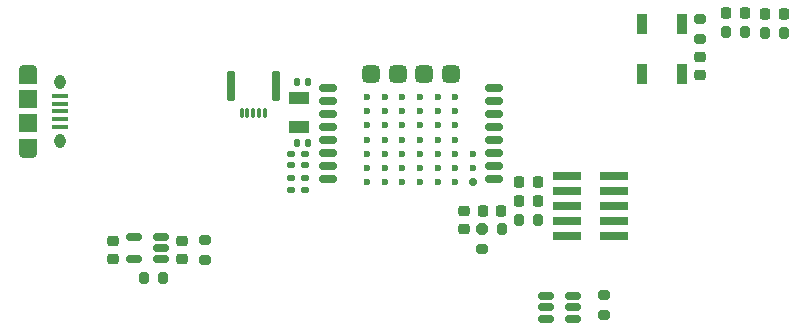
<source format=gbr>
%TF.GenerationSoftware,KiCad,Pcbnew,7.0.5.1-1-g8f565ef7f0-dirty-deb11*%
%TF.CreationDate,2023-06-14T12:44:05+00:00*%
%TF.ProjectId,kite-nrf52840,6b697465-2d6e-4726-9635-323834302e6b,rev?*%
%TF.SameCoordinates,Original*%
%TF.FileFunction,Paste,Top*%
%TF.FilePolarity,Positive*%
%FSLAX46Y46*%
G04 Gerber Fmt 4.6, Leading zero omitted, Abs format (unit mm)*
G04 Created by KiCad (PCBNEW 7.0.5.1-1-g8f565ef7f0-dirty-deb11) date 2023-06-14 12:44:05*
%MOMM*%
%LPD*%
G01*
G04 APERTURE LIST*
G04 Aperture macros list*
%AMRoundRect*
0 Rectangle with rounded corners*
0 $1 Rounding radius*
0 $2 $3 $4 $5 $6 $7 $8 $9 X,Y pos of 4 corners*
0 Add a 4 corners polygon primitive as box body*
4,1,4,$2,$3,$4,$5,$6,$7,$8,$9,$2,$3,0*
0 Add four circle primitives for the rounded corners*
1,1,$1+$1,$2,$3*
1,1,$1+$1,$4,$5*
1,1,$1+$1,$6,$7*
1,1,$1+$1,$8,$9*
0 Add four rect primitives between the rounded corners*
20,1,$1+$1,$2,$3,$4,$5,0*
20,1,$1+$1,$4,$5,$6,$7,0*
20,1,$1+$1,$6,$7,$8,$9,0*
20,1,$1+$1,$8,$9,$2,$3,0*%
G04 Aperture macros list end*
%ADD10RoundRect,0.225000X-0.225000X-0.250000X0.225000X-0.250000X0.225000X0.250000X-0.225000X0.250000X0*%
%ADD11R,0.900000X1.700000*%
%ADD12RoundRect,0.140000X0.170000X-0.140000X0.170000X0.140000X-0.170000X0.140000X-0.170000X-0.140000X0*%
%ADD13O,1.550000X0.890000*%
%ADD14O,0.950000X1.250000*%
%ADD15R,1.350000X0.400000*%
%ADD16R,1.550000X1.200000*%
%ADD17R,1.550000X1.500000*%
%ADD18RoundRect,0.087500X0.087500X0.312500X-0.087500X0.312500X-0.087500X-0.312500X0.087500X-0.312500X0*%
%ADD19RoundRect,0.150000X0.150000X1.150000X-0.150000X1.150000X-0.150000X-1.150000X0.150000X-1.150000X0*%
%ADD20RoundRect,0.225000X0.250000X-0.225000X0.250000X0.225000X-0.250000X0.225000X-0.250000X-0.225000X0*%
%ADD21RoundRect,0.150000X0.512500X0.150000X-0.512500X0.150000X-0.512500X-0.150000X0.512500X-0.150000X0*%
%ADD22RoundRect,0.140000X0.140000X0.170000X-0.140000X0.170000X-0.140000X-0.170000X0.140000X-0.170000X0*%
%ADD23RoundRect,0.218750X-0.218750X-0.256250X0.218750X-0.256250X0.218750X0.256250X-0.218750X0.256250X0*%
%ADD24RoundRect,0.225000X-0.250000X0.225000X-0.250000X-0.225000X0.250000X-0.225000X0.250000X0.225000X0*%
%ADD25RoundRect,0.200000X-0.200000X-0.275000X0.200000X-0.275000X0.200000X0.275000X-0.200000X0.275000X0*%
%ADD26RoundRect,0.175000X-0.575000X-0.175000X0.575000X-0.175000X0.575000X0.175000X-0.575000X0.175000X0*%
%ADD27C,0.600000*%
%ADD28RoundRect,0.375000X-0.375000X-0.375000X0.375000X-0.375000X0.375000X0.375000X-0.375000X0.375000X0*%
%ADD29RoundRect,0.150000X-0.150000X-0.150000X0.150000X-0.150000X0.150000X0.150000X-0.150000X0.150000X0*%
%ADD30RoundRect,0.200000X0.275000X-0.200000X0.275000X0.200000X-0.275000X0.200000X-0.275000X-0.200000X0*%
%ADD31RoundRect,0.200000X-0.275000X0.200000X-0.275000X-0.200000X0.275000X-0.200000X0.275000X0.200000X0*%
%ADD32R,1.800000X1.000000*%
%ADD33R,2.400000X0.740000*%
%ADD34RoundRect,0.200000X0.200000X0.275000X-0.200000X0.275000X-0.200000X-0.275000X0.200000X-0.275000X0*%
G04 APERTURE END LIST*
D10*
%TO.C,C1*%
X114975000Y-75200000D03*
X116525000Y-75200000D03*
%TD*%
D11*
%TO.C,SW1*%
X128750000Y-66050000D03*
X125350000Y-66050000D03*
%TD*%
D10*
%TO.C,C2*%
X111875000Y-77600000D03*
X113425000Y-77600000D03*
%TD*%
D12*
%TO.C,C5*%
X96800000Y-75830000D03*
X96800000Y-74870000D03*
%TD*%
%TO.C,C4*%
X95650000Y-73780000D03*
X95650000Y-72820000D03*
%TD*%
%TO.C,C6*%
X95650000Y-75830000D03*
X95650000Y-74870000D03*
%TD*%
%TO.C,C3*%
X96800000Y-73780000D03*
X96800000Y-72820000D03*
%TD*%
D13*
%TO.C,J6*%
X73400000Y-65700000D03*
D14*
X76100000Y-66700000D03*
X76100000Y-71700000D03*
D13*
X73400000Y-72700000D03*
D15*
X76100000Y-67900000D03*
X76100000Y-68550000D03*
X76100000Y-69200000D03*
X76100000Y-69850000D03*
X76100000Y-70500000D03*
D16*
X73400000Y-66300000D03*
D17*
X73400000Y-68200000D03*
X73400000Y-70200000D03*
D16*
X73400000Y-72100000D03*
%TD*%
D18*
%TO.C,J9*%
X93450000Y-69325000D03*
X92950000Y-69325000D03*
X92450000Y-69325000D03*
X91950000Y-69325000D03*
X91450000Y-69325000D03*
D19*
X94350000Y-67025000D03*
X90550000Y-67025000D03*
%TD*%
D20*
%TO.C,C7*%
X86362500Y-81725000D03*
X86362500Y-80175000D03*
%TD*%
%TO.C,C8*%
X80562500Y-81725000D03*
X80562500Y-80175000D03*
%TD*%
D21*
%TO.C,U2*%
X84600000Y-81700000D03*
X84600000Y-80750000D03*
X84600000Y-79800000D03*
X82325000Y-79800000D03*
X82325000Y-81700000D03*
%TD*%
D22*
%TO.C,C12*%
X97080000Y-71850000D03*
X96120000Y-71850000D03*
%TD*%
D23*
%TO.C,D2*%
X132465000Y-60910000D03*
X134040000Y-60910000D03*
%TD*%
D24*
%TO.C,C9*%
X130300000Y-64575000D03*
X130300000Y-66125000D03*
%TD*%
D23*
%TO.C,D1*%
X135775000Y-60950000D03*
X137350000Y-60950000D03*
%TD*%
D25*
%TO.C,R10*%
X132427500Y-62510000D03*
X134077500Y-62510000D03*
%TD*%
%TO.C,R9*%
X135737500Y-62550000D03*
X137387500Y-62550000D03*
%TD*%
D22*
%TO.C,C11*%
X97080000Y-66750000D03*
X96120000Y-66750000D03*
%TD*%
D26*
%TO.C,U1*%
X98800000Y-67200000D03*
X98800000Y-68300000D03*
X98800000Y-69400000D03*
X98800000Y-70500000D03*
X98800000Y-71600000D03*
X98800000Y-72700000D03*
X98800000Y-73800000D03*
X98800000Y-74900000D03*
X112800000Y-74900000D03*
X112800000Y-73800000D03*
X112800000Y-72700000D03*
X112800000Y-71600000D03*
X112800000Y-70500000D03*
X112800000Y-69400000D03*
X112800000Y-68300000D03*
X112800000Y-67200000D03*
D27*
X103550000Y-68000000D03*
X103550000Y-69200000D03*
X103550000Y-70400000D03*
X103550000Y-71600000D03*
X103550000Y-72800000D03*
X103550000Y-74000000D03*
X103550000Y-75200000D03*
X105050000Y-68000000D03*
X105050000Y-69200000D03*
X105050000Y-70400000D03*
X105050000Y-71600000D03*
X105050000Y-72800000D03*
X105050000Y-74000000D03*
X105050000Y-75200000D03*
X106550000Y-68000000D03*
X106550000Y-69200000D03*
X106550000Y-70400000D03*
X106550000Y-71600000D03*
X106550000Y-72800000D03*
X106550000Y-74000000D03*
X106550000Y-75200000D03*
X108050000Y-68000000D03*
X108050000Y-69200000D03*
X108050000Y-70400000D03*
X108050000Y-71600000D03*
X108050000Y-72800000D03*
X108050000Y-74000000D03*
X108050000Y-75200000D03*
X109550000Y-68000000D03*
X109550000Y-69200000D03*
X109550000Y-70400000D03*
X109550000Y-71600000D03*
X109550000Y-72800000D03*
X109550000Y-74000000D03*
X109550000Y-75200000D03*
D28*
X102425000Y-66000000D03*
X104675000Y-66000000D03*
X106925000Y-66000000D03*
X109175000Y-66000000D03*
D27*
X111050000Y-72800000D03*
X111050000Y-74000000D03*
D29*
X111050000Y-75200000D03*
D27*
X102050000Y-68000000D03*
X102050000Y-69200000D03*
X102050000Y-70400000D03*
X102050000Y-71600000D03*
X102050000Y-72800000D03*
X102050000Y-74000000D03*
X102050000Y-75200000D03*
%TD*%
D23*
%TO.C,L1*%
X114962500Y-76800000D03*
X116537500Y-76800000D03*
%TD*%
D25*
%TO.C,R3*%
X114925000Y-78400000D03*
X116575000Y-78400000D03*
%TD*%
D30*
%TO.C,R1*%
X122100000Y-86425000D03*
X122100000Y-84775000D03*
%TD*%
D31*
%TO.C,R5*%
X88362500Y-80125000D03*
X88362500Y-81775000D03*
%TD*%
%TO.C,R7*%
X111825000Y-79200000D03*
X111825000Y-80850000D03*
%TD*%
D30*
%TO.C,R2*%
X130300000Y-63075000D03*
X130300000Y-61425000D03*
%TD*%
D11*
%TO.C,SW2*%
X125350000Y-61800000D03*
X128750000Y-61800000D03*
%TD*%
D32*
%TO.C,Y1*%
X96350000Y-68050000D03*
X96350000Y-70550000D03*
%TD*%
D33*
%TO.C,J10*%
X122940000Y-79740000D03*
X119040000Y-79740000D03*
X122940000Y-78470000D03*
X119040000Y-78470000D03*
X122940000Y-77200000D03*
X119040000Y-77200000D03*
X122940000Y-75930000D03*
X119040000Y-75930000D03*
X122940000Y-74660000D03*
X119040000Y-74660000D03*
%TD*%
D24*
%TO.C,C13*%
X110250000Y-77625000D03*
X110250000Y-79175000D03*
%TD*%
D34*
%TO.C,R4*%
X84800000Y-83300000D03*
X83150000Y-83300000D03*
%TD*%
%TO.C,R8*%
X113475000Y-79200000D03*
X111825000Y-79200000D03*
%TD*%
D21*
%TO.C,U3*%
X119537500Y-86750000D03*
X119537500Y-85800000D03*
X119537500Y-84850000D03*
X117262500Y-84850000D03*
X117262500Y-85800000D03*
X117262500Y-86750000D03*
%TD*%
M02*

</source>
